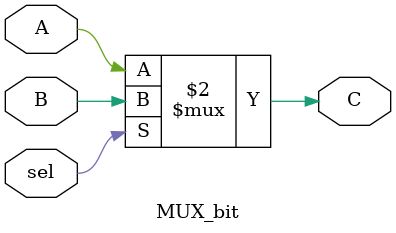
<source format=v>
`timescale 1ns / 1ps
module MUX #(parameter n = 32)(input [n-1:0] A, B,input sel, output [n-1:0] C);


assign C = (sel == 1'b1) ? B : A;

endmodule


module MUX_bit #(parameter n = 1)(input [n-1:0] A, B,input sel, output [n-1:0] C);


assign C = (sel == 1'b1) ? B : A;

endmodule

</source>
